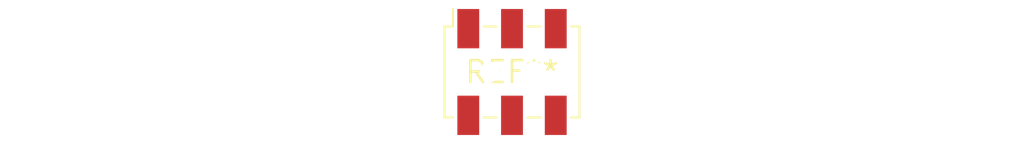
<source format=kicad_pcb>
(kicad_pcb (version 20240108) (generator pcbnew)
  (layers (0 "F.Cu" signal) (31 "B.Cu" signal) (34 "B.Paste" user) (35 "F.Paste" user) (36 "B.SilkS" user "B.Silkscreen") (37 "F.SilkS" user "F.Silkscreen") (38 "B.Mask" user) (39 "F.Mask" user) (44 "Edge.Cuts" user))
  (net 0 "")
  (footprint "Samtec_HLE-103-02-xxx-DV-LC_2x03_P2.54mm_Horizontal" (layer "F.Cu") (at 0 0)
    (property "Reference" "REF**")
    (property "Value" "Samtec_HLE-103-02-xxx-DV-LC_2x03_P2.54mm_Horizontal")
    (fp_line (start -3.92 -2.65) (end -3.92 2.65) (layer "F.SilkS") (stroke (width 0.12)))
    (fp_line (start -3.92 2.65) (end -3.435 2.65) (layer "F.SilkS") (stroke (width 0.12)))
    (fp_line (start -3.435 -3.67) (end -3.435 -2.65) (layer "F.SilkS") (stroke (width 0.12)))
    (fp_line (start -3.435 -2.65) (end -3.92 -2.65) (layer "F.SilkS") (stroke (width 0.12)))
    (fp_line (start -1.645 -2.65) (end -0.895 -2.65) (layer "F.SilkS") (stroke (width 0.12)))
    (fp_line (start -1.645 2.65) (end -0.895 2.65) (layer "F.SilkS") (stroke (width 0.12)))
    (fp_line (start 0.895 -2.65) (end 1.645 -2.65) (layer "F.SilkS") (stroke (width 0.12)))
    (fp_line (start 0.895 2.65) (end 1.645 2.65) (layer "F.SilkS") (stroke (width 0.12)))
    (fp_line (start 3.435 -2.65) (end 3.92 -2.65) (layer "F.SilkS") (stroke (width 0.12)))
    (fp_line (start 3.92 -2.65) (end 3.92 2.65) (layer "F.SilkS") (stroke (width 0.12)))
    (fp_line (start 3.92 2.65) (end 3.435 2.65) (layer "F.SilkS") (stroke (width 0.12)))
    (pad "" np_thru_hole circle (at -1.27 0) (size 1.19 1.19) (drill 1.19) (layers *.Cu *.Mask))
    (pad "" np_thru_hole circle (at 1.27 0) (size 1.19 1.19) (drill 1.19) (layers *.Cu *.Mask))
    (pad "1" smd rect (at -2.54 -2.525) (size 1.27 2.29) (layers "F.Cu" "F.Paste" "F.Mask"))
    (pad "2" smd rect (at -2.54 2.525) (size 1.27 2.29) (layers "F.Cu" "F.Paste" "F.Mask"))
    (pad "3" smd rect (at 0 -2.525) (size 1.27 2.29) (layers "F.Cu" "F.Paste" "F.Mask"))
    (pad "4" smd rect (at 0 2.525) (size 1.27 2.29) (layers "F.Cu" "F.Paste" "F.Mask"))
    (pad "5" smd rect (at 2.54 -2.525) (size 1.27 2.29) (layers "F.Cu" "F.Paste" "F.Mask"))
    (pad "6" smd rect (at 2.54 2.525) (size 1.27 2.29) (layers "F.Cu" "F.Paste" "F.Mask"))
  )
)
</source>
